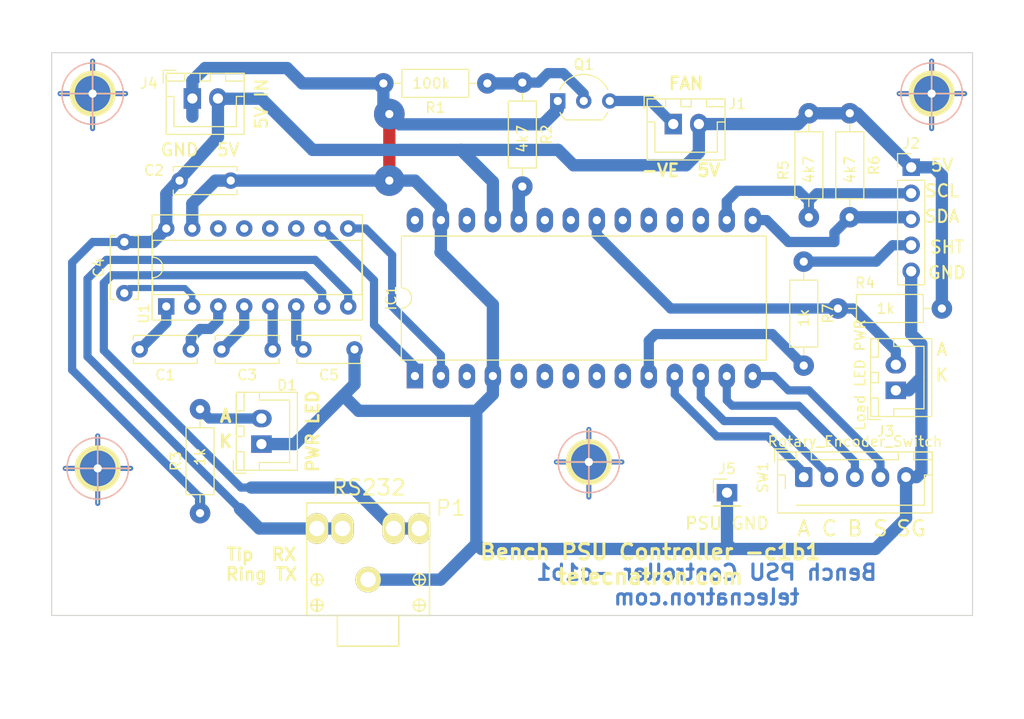
<source format=kicad_pcb>
(kicad_pcb (version 20211014) (generator pcbnew)
  (layers (0 "F.Cu" signal) (31 "B.Cu" signal) (34 "B.Paste" user) (35 "F.Paste" user) (36 "B.SilkS" user "B.Silkscreen") (37 "F.SilkS" user "F.Silkscreen") (38 "B.Mask" user) (39 "F.Mask" user) (44 "Edge.Cuts" user))
  (net 0 "")
  (net 1 "GND")
  (net 2 "Net-(C3-Pad1)")
  (net 3 "Net-(C3-Pad2)")
  (net 4 "+5V")
  (net 5 "Net-(D1-Pad2)")
  (net 6 "/TTX")
  (net 7 "/TRX")
  (net 11 "/RE_A")
  (net 13 "/RE_C")
  (net 15 "/RE_B")
  (net 16 "/RE_SW")
  (net 18 "/SCL")
  (net 19 "/FAN_CTRL")
  (net 20 "/SDA")
  (net 23 "/FAN-")
  (net 24 "/RTX")
  (net 25 "Net-(Q1-Pad2)")
  (net 26 "/RRX")
  (net 27 "Net-(C1-Pad1)")
  (net 28 "Net-(C1-Pad2)")
  (net 31 "Net-(C4-Pad1)")
  (net 32 "Net-(C5-Pad1)")
  (net 39 "/SHTDWN")
  (net 42 "Net-(J2-Pad4)")
  (net 43 "/LOAD")
  (footprint "Package_DIP:DIP-16_W7.62mm_Socket" (layer "F.Cu") (at 66.2 114.8 90)
    (fp_text reference "U1" (at -0.7 -2.2 90) (layer "F.SilkS"))
    (fp_text value "MAX232")
    (pad "1" thru_hole rect locked (at 0 0 90) (size 1.6 1.6) (drill 0.8) (layers *.Cu *.Mask) (net 27 "Net-(C1-Pad1)"))
    (pad "2" thru_hole oval locked (at 0 2.54 90) (size 1.6 1.6) (drill 0.8) (layers *.Cu *.Mask) (net 31 "Net-(C4-Pad1)"))
    (pad "3" thru_hole oval locked (at 0 5.08 90) (size 1.6 1.6) (drill 0.8) (layers *.Cu *.Mask) (net 28 "Net-(C1-Pad2)"))
    (pad "4" thru_hole oval locked (at 0 7.62 90) (size 1.6 1.6) (drill 0.8) (layers *.Cu *.Mask) (net 2 "Net-(C3-Pad1)"))
    (pad "5" thru_hole oval locked (at 0 10.16 90) (size 1.6 1.6) (drill 0.8) (layers *.Cu *.Mask) (net 3 "Net-(C3-Pad2)"))
    (pad "6" thru_hole oval locked (at 0 12.7 90) (size 1.6 1.6) (drill 0.8) (layers *.Cu *.Mask) (net 32 "Net-(C5-Pad1)"))
    (pad "7" thru_hole oval locked (at 0 15.24 90) (size 1.6 1.6) (drill 0.8) (layers *.Cu *.Mask) (net 24 "/RTX"))
    (pad "8" thru_hole oval locked (at 0 17.78 90) (size 1.6 1.6) (drill 0.8) (layers *.Cu *.Mask) (net 26 "/RRX"))
    (pad "9" thru_hole oval locked (at 7.62 17.78 90) (size 1.6 1.6) (drill 0.8) (layers *.Cu *.Mask) (net 7 "/TRX"))
    (pad "10" thru_hole oval locked (at 7.62 15.24 90) (size 1.6 1.6) (drill 0.8) (layers *.Cu *.Mask) (net 6 "/TTX"))
    (pad "11" thru_hole oval locked (at 7.62 12.7 90) (size 1.6 1.6) (drill 0.8) (layers *.Cu *.Mask))
    (pad "12" thru_hole oval locked (at 7.62 10.16 90) (size 1.6 1.6) (drill 0.8) (layers *.Cu *.Mask))
    (pad "13" thru_hole oval locked (at 7.62 7.62 90) (size 1.6 1.6) (drill 0.8) (layers *.Cu *.Mask))
    (pad "14" thru_hole oval locked (at 7.62 5.08 90) (size 1.6 1.6) (drill 0.8) (layers *.Cu *.Mask))
    (pad "15" thru_hole oval locked (at 7.62 2.54 90) (size 1.6 1.6) (drill 0.8) (layers *.Cu *.Mask) (net 1 "GND"))
    (pad "16" thru_hole oval locked (at 7.62 0 90) (size 1.6 1.6) (drill 0.8) (layers *.Cu *.Mask) (net 4 "+5V"))
  )
  (footprint "Connector_JST:JST_XH_B5B-XH-AM_1x05_P2.50mm_Vertical_Rotary-Encoder" (layer "F.Cu") (at 128.5 131.475)
    (fp_text reference "SW1" (at -4 0.025 90) (layer "F.SilkS"))
    (fp_text value "Rotary_Encoder_Switch" (at 5 -3.475) (layer "F.SilkS"))
    (pad "" np_thru_hole circle (at -1.6 2) (size 1.2 1.2) (drill 1.2) (layers *.Cu *.Mask))
    (pad "A" thru_hole roundrect (at 0 0) (size 1.7 1.95) (drill 0.95) (layers *.Cu *.Mask) (roundrect_rratio 0.147059) (net 11 "/RE_A"))
    (pad "B" thru_hole oval (at 5 0) (size 1.7 1.95) (drill 0.95) (layers *.Cu *.Mask) (net 15 "/RE_B"))
    (pad "C" thru_hole oval (at 2.5 0) (size 1.7 1.95) (drill 0.95) (layers *.Cu *.Mask) (net 13 "/RE_C"))
    (pad "S1" thru_hole oval (at 7.5 0) (size 1.7 1.95) (drill 0.95) (layers *.Cu *.Mask) (net 16 "/RE_SW"))
    (pad "S2" thru_hole oval (at 10 0) (size 1.7 1.95) (drill 0.95) (layers *.Cu *.Mask) (net 1 "GND"))
  )
  (footprint "Connector_JST:JST_XH_B02B-XH-A_1x02_P2.50mm_Vertical" (layer "F.Cu") (at 115.75 96.975)
    (fp_text reference "J1" (at 6.25 -1.975) (layer "F.SilkS"))
    (fp_text value "FAN")
    (pad "1" thru_hole rect locked (at 0 0) (size 1.7 2) (drill 1) (layers *.Cu *.Mask) (net 23 "/FAN-"))
    (pad "2" thru_hole oval locked (at 2.5 0) (size 1.7 2) (drill 1) (layers *.Cu *.Mask) (net 4 "+5V"))
  )
  (footprint "Resistor_THT:R_Axial_250mw_DIN0207_L6.3mm_D2.5mm_P10.16mm_Horizontal" (layer "F.Cu") (at 133 95.92 -90)
    (fp_text reference "R6" (at 5.08 -2.37 90) (layer "F.SilkS"))
    (fp_text value "4k7" (at 5.5 0 90) (layer "F.SilkS"))
    (pad "1" thru_hole circle locked (at 0 0 270) (size 2 2) (drill 0.8) (layers *.Cu *.Mask) (net 4 "+5V"))
    (pad "2" thru_hole circle locked (at 10.16 0 270) (size 2 2) (drill 0.8) (layers *.Cu *.Mask) (net 20 "/SDA"))
  )
  (footprint "Resistor_THT:R_Axial_250mw_DIN0207_L6.3mm_D2.5mm_P10.16mm_Horizontal" (layer "F.Cu") (at 101 92.92 -90)
    (fp_text reference "R2" (at 5.08 -2.37 90) (layer "F.SilkS"))
    (fp_text value "4k7" (at 5.5 0 90) (layer "F.SilkS"))
    (pad "1" thru_hole circle locked (at 0 0 270) (size 2 2) (drill 0.8) (layers *.Cu *.Mask) (net 25 "Net-(Q1-Pad2)"))
    (pad "2" thru_hole circle locked (at 10.16 0 270) (size 2 2) (drill 0.8) (layers *.Cu *.Mask) (net 19 "/FAN_CTRL"))
  )
  (footprint "Package_TO_SOT_THT:TO-92_Inline_Wide" (layer "F.Cu") (at 104.46 94.72)
    (fp_text reference "Q1" (at 2.54 -3.56) (layer "F.SilkS"))
    (fp_text value "2N7000")
    (pad "1" thru_hole rect locked (at 0 0 90) (size 1.5 1.5) (drill 0.8) (layers *.Cu *.Mask) (net 1 "GND"))
    (pad "2" thru_hole circle locked (at 2.54 0 90) (size 1.5 1.5) (drill 0.8) (layers *.Cu *.Mask) (net 25 "Net-(Q1-Pad2)"))
    (pad "3" thru_hole circle locked (at 5.08 0 90) (size 1.5 1.5) (drill 0.8) (layers *.Cu *.Mask) (net 23 "/FAN-"))
  )
  (footprint "MountingHole:MountingHole_3.2mm_M3_hand_drilled" (layer "F.Cu") (at 107.5 130)
    (fp_text reference "REF**" hide)
    (fp_text value "MountingHole_3.2mm_M3" hide)
    (fp_line (start 0 -3.175) (end 0 3.425) (layer "B.Cu") (width 0.5))
    (fp_line (start -3.175 0) (end 3.225 0) (layer "B.Cu") (width 0.5))
    (pad "" np_thru_hole circle locked (at 0 0) (size 4 4) (drill 0.8) (layers *.Cu *.Mask))
  )
  (footprint "Resistor_THT:R_Axial_250mw_DIN0207_L6.3mm_D2.5mm_P10.16mm_Horizontal" (layer "F.Cu") (at 129 95.92 -90)
    (fp_text reference "R5" (at 5.58 2.5 90) (layer "F.SilkS"))
    (fp_text value "4k7" (at 5.5 0 90) (layer "F.SilkS"))
    (pad "1" thru_hole circle locked (at 0 0 270) (size 2 2) (drill 0.8) (layers *.Cu *.Mask) (net 4 "+5V"))
    (pad "2" thru_hole circle locked (at 10.16 0 270) (size 2 2) (drill 0.8) (layers *.Cu *.Mask) (net 18 "/SCL"))
  )
  (footprint "Connector_JST:JST_XH_B02B-XH-A_1x02_P2.50mm_Vertical" (layer "F.Cu") (at 68.75 94.475)
    (fp_text reference "J4" (at -4.25 -1.475) (layer "F.SilkS"))
    (fp_text value "5V IN" (at 6.75 0.525 90) (layer "F.SilkS") (effects (font (size 1.2 1.2) (thickness 0.2))))
    (fp_text user "GND  5V" (at 0.75 5.025) (layer "F.SilkS") (effects (font (size 1.2 1.2) (thickness 0.2))))
    (pad "1" thru_hole rect locked (at 0 0) (size 1.7 2) (drill 1) (layers *.Cu *.Mask) (net 1 "GND"))
    (pad "2" thru_hole oval locked (at 2.5 0) (size 1.7 2) (drill 1) (layers *.Cu *.Mask) (net 4 "+5V"))
  )
  (footprint "MountingHole:MountingHole_3.2mm_M3_hand_drilled" (layer "F.Cu") (at 141 94)
    (fp_text reference "REF**" hide)
    (fp_text value "MountingHole_3.2mm_M3" hide)
    (fp_line (start 0 -3.175) (end 0 3.425) (layer "B.Cu") (width 0.5))
    (fp_line (start -3.175 0) (end 3.225 0) (layer "B.Cu") (width 0.5))
    (pad "" np_thru_hole circle locked (at 0 0) (size 4 4) (drill 0.8) (layers *.Cu *.Mask))
  )
  (footprint "Capacitor_THT:C_Disc_D6.0mm_W2.5mm_P5.00mm" (layer "F.Cu") (at 71.6 119)
    (fp_text reference "C3" (at 2.5 2.5) (layer "F.SilkS"))
    (fp_text value "1u")
    (pad "1" thru_hole circle locked (at 0 0) (size 1.6 1.6) (drill 0.8) (layers *.Cu *.Mask) (net 2 "Net-(C3-Pad1)"))
    (pad "2" thru_hole circle locked (at 5 0) (size 1.6 1.6) (drill 0.8) (layers *.Cu *.Mask) (net 3 "Net-(C3-Pad2)"))
  )
  (footprint "Resistor_THT:R_Axial_250mw_DIN0207_L6.3mm_D2.5mm_P10.16mm_Horizontal" (layer "F.Cu") (at 128.5 110.42 -90)
    (fp_text reference "R7" (at 5.08 -2.37 90) (layer "F.SilkS"))
    (fp_text value "1k" (at 5.5 0 90) (layer "F.SilkS"))
    (pad "1" thru_hole circle locked (at 0 0 270) (size 2 2) (drill 0.8) (layers *.Cu *.Mask) (net 42 "Net-(J2-Pad4)"))
    (pad "2" thru_hole circle locked (at 10.16 0 270) (size 2 2) (drill 0.8) (layers *.Cu *.Mask) (net 39 "/SHTDWN"))
  )
  (footprint "Capacitor_THT:C_Disc_D6.0mm_W2.5mm_P5.00mm" (layer "F.Cu") (at 79.6 119)
    (fp_text reference "C5" (at 2.5 2.5) (layer "F.SilkS"))
    (fp_text value "1u")
    (pad "1" thru_hole circle locked (at 0 0) (size 1.6 1.6) (drill 0.8) (layers *.Cu *.Mask) (net 32 "Net-(C5-Pad1)"))
    (pad "2" thru_hole circle locked (at 5 0) (size 1.6 1.6) (drill 0.8) (layers *.Cu *.Mask) (net 1 "GND"))
  )
  (footprint "Resistor_THT:R_Axial_250mw_DIN0207_L6.3mm_D2.5mm_P10.16mm_Horizontal" (layer "F.Cu") (at 142 115 180)
    (fp_text reference "R4" (at 7.5 2.5) (layer "F.SilkS"))
    (fp_text value "1k" (at 5.5 0) (layer "F.SilkS"))
    (pad "1" thru_hole circle locked (at 0 0 180) (size 2 2) (drill 0.8) (layers *.Cu *.Mask) (net 4 "+5V"))
    (pad "2" thru_hole circle locked (at 10.16 0 180) (size 2 2) (drill 0.8) (layers *.Cu *.Mask) (net 43 "/LOAD"))
  )
  (footprint "Connector_JST:JST_XH_B02B-XH-A_1x02_P2.50mm_Vertical" (layer "F.Cu") (at 75.5 128.25 90)
    (fp_text reference "D1" (at 5.75 2.5 180) (layer "F.SilkS"))
    (fp_text value "LED")
    (pad "1" thru_hole rect locked (at 0 0 90) (size 1.7 2) (drill 1) (layers *.Cu *.Mask) (net 1 "GND"))
    (pad "2" thru_hole oval locked (at 2.5 0 90) (size 1.7 2) (drill 1) (layers *.Cu *.Mask) (net 5 "Net-(D1-Pad2)"))
  )
  (footprint "Capacitor_THT:C_Disc_D6.0mm_W2.5mm_P5.00mm" (layer "F.Cu") (at 62.1 113.5 90)
    (fp_text reference "C4" (at 2.5 -2.5 90) (layer "F.SilkS"))
    (fp_text value "1u")
    (pad "1" thru_hole circle locked (at 0 0 90) (size 1.6 1.6) (drill 0.8) (layers *.Cu *.Mask) (net 31 "Net-(C4-Pad1)"))
    (pad "2" thru_hole circle locked (at 5 0 90) (size 1.6 1.6) (drill 0.8) (layers *.Cu *.Mask) (net 4 "+5V"))
  )
  (footprint "Connector_JST:JST_XH_B02B-XH-A_1x02_P2.50mm_Vertical" (layer "F.Cu") (at 137.5 123 90)
    (fp_text reference "J3" (at -4 -1 180) (layer "F.SilkS"))
    (fp_text value "Load LED PWR" (at 1.5 -3.5 90) (layer "F.SilkS"))
    (pad "1" thru_hole rect locked (at 0 0 90) (size 1.7 2) (drill 1) (layers *.Cu *.Mask) (net 1 "GND"))
    (pad "2" thru_hole oval locked (at 2.5 0 90) (size 1.7 2) (drill 1) (layers *.Cu *.Mask) (net 43 "/LOAD"))
  )
  (footprint "Package_DIP:DIP-28_W15.24mm_LongPads" (layer "F.Cu") (at 90.5 121.6 90)
    (fp_text reference "IC1" (at 7.62 -2.33 90) (layer "F.SilkS"))
    (fp_text value "ARDUINO_PRO_MINI_5V_28PIN")
    (pad "1" thru_hole rect (at 0 0 90) (size 2.4 1.6) (drill 0.8) (layers *.Cu *.Mask) (net 6 "/TTX"))
    (pad "2" thru_hole oval (at 0 2.54 90) (size 2.4 1.6) (drill 0.8) (layers *.Cu *.Mask) (net 7 "/TRX"))
    (pad "3" thru_hole oval (at 0 5.08 90) (size 2.4 1.6) (drill 0.8) (layers *.Cu *.Mask))
    (pad "4" thru_hole oval (at 0 7.62 90) (size 2.4 1.6) (drill 0.8) (layers *.Cu *.Mask) (net 1 "GND"))
    (pad "5" thru_hole oval (at 0 10.16 90) (size 2.4 1.6) (drill 0.8) (layers *.Cu *.Mask))
    (pad "6" thru_hole oval (at 0 12.7 90) (size 2.4 1.6) (drill 0.8) (layers *.Cu *.Mask))
    (pad "7" thru_hole oval (at 0 15.24 90) (size 2.4 1.6) (drill 0.8) (layers *.Cu *.Mask))
    (pad "8" thru_hole oval (at 0 17.78 90) (size 2.4 1.6) (drill 0.8) (layers *.Cu *.Mask))
    (pad "9" thru_hole oval (at 0 20.32 90) (size 2.4 1.6) (drill 0.8) (layers *.Cu *.Mask))
    (pad "10" thru_hole oval (at 0 22.86 90) (size 2.4 1.6) (drill 0.8) (layers *.Cu *.Mask) (net 39 "/SHTDWN"))
    (pad "11" thru_hole oval (at 0 25.4 90) (size 2.4 1.6) (drill 0.8) (layers *.Cu *.Mask) (net 11 "/RE_A"))
    (pad "12" thru_hole oval (at 0 27.94 90) (size 2.4 1.6) (drill 0.8) (layers *.Cu *.Mask) (net 13 "/RE_C"))
    (pad "13" thru_hole oval (at 0 30.48 90) (size 2.4 1.6) (drill 0.8) (layers *.Cu *.Mask) (net 15 "/RE_B"))
    (pad "14" thru_hole oval (at 0 33.02 90) (size 2.4 1.6) (drill 0.8) (layers *.Cu *.Mask) (net 16 "/RE_SW"))
    (pad "15" thru_hole oval (at 15.24 33.02 90) (size 2.4 1.6) (drill 0.8) (layers *.Cu *.Mask) (net 20 "/SDA"))
    (pad "16" thru_hole oval (at 15.24 30.48 90) (size 2.4 1.6) (drill 0.8) (layers *.Cu *.Mask) (net 18 "/SCL"))
    (pad "17" thru_hole oval (at 15.24 27.94 90) (size 2.4 1.6) (drill 0.8) (layers *.Cu *.Mask))
    (pad "18" thru_hole oval (at 15.24 25.4 90) (size 2.4 1.6) (drill 0.8) (layers *.Cu *.Mask))
    (pad "19" thru_hole oval (at 15.24 22.86 90) (size 2.4 1.6) (drill 0.8) (layers *.Cu *.Mask))
    (pad "20" thru_hole oval (at 15.24 20.32 90) (size 2.4 1.6) (drill 0.8) (layers *.Cu *.Mask))
    (pad "21" thru_hole oval (at 15.24 17.78 90) (size 2.4 1.6) (drill 0.8) (layers *.Cu *.Mask) (net 43 "/LOAD"))
    (pad "22" thru_hole oval (at 15.24 15.24 90) (size 2.4 1.6) (drill 0.8) (layers *.Cu *.Mask))
    (pad "23" thru_hole oval (at 15.24 12.7 90) (size 2.4 1.6) (drill 0.8) (layers *.Cu *.Mask))
    (pad "24" thru_hole oval (at 15.24 10.16 90) (size 2.4 1.6) (drill 0.8) (layers *.Cu *.Mask) (net 19 "/FAN_CTRL"))
    (pad "25" thru_hole oval (at 15.24 7.62 90) (size 2.4 1.6) (drill 0.8) (layers *.Cu *.Mask) (net 4 "+5V"))
    (pad "26" thru_hole oval (at 15.24 5.08 90) (size 2.4 1.6) (drill 0.8) (layers *.Cu *.Mask))
    (pad "27" thru_hole oval (at 15.24 2.54 90) (size 2.4 1.6) (drill 0.8) (layers *.Cu *.Mask) (net 1 "GND"))
    (pad "28" thru_hole oval (at 15.24 0 90) (size 2.4 1.6) (drill 0.8) (layers *.Cu *.Mask))
  )
  (footprint "MountingHole:MountingHole_3.2mm_M3_hand_drilled" (layer "F.Cu") (at 59.5 130.625)
    (fp_text reference "REF**" hide)
    (fp_text value "MountingHole_3.2mm_M3" hide)
    (fp_line (start 0 -3.175) (end 0 3.425) (layer "B.Cu") (width 0.5))
    (fp_line (start -3.175 0) (end 3.225 0) (layer "B.Cu") (width 0.5))
    (pad "" np_thru_hole circle locked (at 0 0) (size 4 4) (drill 0.8) (layers *.Cu *.Mask))
  )
  (footprint "Resistor_THT:R_Axial_250mw_DIN0207_L6.3mm_D2.5mm_P10.16mm_Horizontal" (layer "F.Cu") (at 69.5 135 90)
    (fp_text reference "R3" (at 5.08 -2.37 90) (layer "F.SilkS"))
    (fp_text value "1k" (at 5.5 0 90) (layer "F.SilkS"))
    (pad "1" thru_hole circle locked (at 0 0 90) (size 2 2) (drill 0.8) (layers *.Cu *.Mask) (net 4 "+5V"))
    (pad "2" thru_hole circle locked (at 10.16 0 90) (size 2 2) (drill 0.8) (layers *.Cu *.Mask) (net 5 "Net-(D1-Pad2)"))
  )
  (footprint "Connector_PinHeader_2.54:PinHeader_1x05_P2.54mm_Vertical" (layer "F.Cu") (at 139 101.2)
    (fp_text reference "J2" (at 0 -2.33) (layer "F.SilkS"))
    (fp_text value "Conn_01x05")
    (pad "1" thru_hole rect locked (at 0 0) (size 1.7 1.7) (drill 1) (layers *.Cu *.Mask) (net 4 "+5V"))
    (pad "2" thru_hole oval locked (at 0 2.54) (size 1.7 1.7) (drill 1) (layers *.Cu *.Mask) (net 18 "/SCL"))
    (pad "3" thru_hole oval locked (at 0 5.08) (size 1.7 1.7) (drill 1) (layers *.Cu *.Mask) (net 20 "/SDA"))
    (pad "4" thru_hole oval locked (at 0 7.62) (size 1.7 1.7) (drill 1) (layers *.Cu *.Mask) (net 42 "Net-(J2-Pad4)"))
    (pad "5" thru_hole oval locked (at 0 10.16) (size 1.7 1.7) (drill 1) (layers *.Cu *.Mask) (net 1 "GND"))
  )
  (footprint "MountingHole:MountingHole_3.2mm_M3_hand_drilled" (layer "F.Cu") (at 59 94)
    (fp_text reference "REF**" hide)
    (fp_text value "MountingHole_3.2mm_M3" hide)
    (fp_line (start -3.175 0) (end 3.225 0) (layer "B.Cu") (width 0.5))
    (fp_line (start 0 -3.175) (end 0 3.425) (layer "B.Cu") (width 0.5))
    (pad "" np_thru_hole circle locked (at 0 0) (size 4 4) (drill 0.8) (layers *.Cu *.Mask))
  )
  (footprint "Resistor_THT:R_Axial_250mw_DIN0207_L6.3mm_D2.5mm_P10.16mm_Horizontal" (layer "F.Cu") (at 97.58 93 180)
    (fp_text reference "R1" (at 5.08 -2.37) (layer "F.SilkS"))
    (fp_text value "100k" (at 5.5 0) (layer "F.SilkS"))
    (pad "1" thru_hole circle locked (at 0 0 180) (size 2 2) (drill 0.8) (layers *.Cu *.Mask) (net 25 "Net-(Q1-Pad2)"))
    (pad "2" thru_hole circle locked (at 10.16 0 180) (size 2 2) (drill 0.8) (layers *.Cu *.Mask) (net 1 "GND"))
  )
  (footprint "Capacitor_THT:C_Disc_D6.0mm_W2.5mm_P5.00mm" (layer "F.Cu") (at 67.5 102.5)
    (fp_text reference "C2" (at -2.5 -1) (layer "F.SilkS"))
    (fp_text value "1u")
    (pad "1" thru_hole circle locked (at 0 0) (size 1.6 1.6) (drill 0.8) (layers *.Cu *.Mask) (net 4 "+5V"))
    (pad "2" thru_hole circle locked (at 5 0) (size 1.6 1.6) (drill 0.8) (layers *.Cu *.Mask) (net 1 "GND"))
  )
  (footprint "Connector:JACK-STEREO-3.5mm-PCB-HandSoldered" (layer "F.Cu") (at 91.925 145 90)
    (fp_text reference "P1" (at 10.5 2.075 180) (layer "F.SilkS") (effects (font (size 1.5 1.5))))
    (fp_text value "RS232" (at 12.5 -5.925 180) (layer "F.SilkS") (effects (font (size 1.5 1.5) (thickness 0.2))))
    (pad "1" thru_hole circle locked (at 3.5 -6 90) (size 2.5 2.5) (drill 1.5) (layers *.Cu *.Mask "F.SilkS") (net 1 "GND"))
    (pad "2" thru_hole oval locked (at 8.5 -11 90) (size 3 2.2) (drill 1.5) (layers *.Cu *.Mask "F.SilkS") (net 26 "/RRX"))
    (pad "3" thru_hole oval locked (at 8.5 -8.5 90) (size 3 2.2) (drill 1.5) (layers *.Cu *.Mask "F.SilkS") (net 26 "/RRX"))
    (pad "4" thru_hole oval locked (at 8.5 -3.5 90) (size 3 2.2) (drill 1.5) (layers *.Cu *.Mask "F.SilkS") (net 24 "/RTX"))
    (pad "5" thru_hole oval locked (at 8.5 -1 90) (size 3 2.2) (drill 1.5) (layers *.Cu *.Mask "F.SilkS") (net 24 "/RTX"))
  )
  (footprint "Capacitor_THT:C_Disc_D6.0mm_W2.5mm_P5.00mm" (layer "F.Cu") (at 63.6 119)
    (fp_text reference "C1" (at 2.5 2.5) (layer "F.SilkS"))
    (fp_text value "1u")
    (pad "1" thru_hole circle locked (at 0 0) (size 1.6 1.6) (drill 0.8) (layers *.Cu *.Mask) (net 27 "Net-(C1-Pad1)"))
    (pad "2" thru_hole circle locked (at 5 0) (size 1.6 1.6) (drill 0.8) (layers *.Cu *.Mask) (net 28 "Net-(C1-Pad2)"))
  )
  (footprint "Connector_PinHeader_2.54:PinHeader_1x01_P2.54mm_Vertical" (layer "F.Cu") (at 121 133)
    (fp_text reference "J5" (at 0 -2.33) (layer "F.SilkS"))
    (fp_text value "PSU GND" (at 0 3) (layer "F.SilkS") (effects (font (size 1.2 1.2) (thickness 0.18))))
    (pad "1" thru_hole rect locked (at 0 0) (size 2 1.7) (drill 1) (layers *.Cu *.Mask) (net 1 "GND"))
  )
  (gr_line (start 145 90) (end 145 145) (layer "Edge.Cuts") (width 0.1))
  (gr_line (start 55 90) (end 145 90) (layer "Edge.Cuts") (width 0.1))
  (gr_line (start 145 145) (end 55 145) (layer "Edge.Cuts") (width 0.1))
  (gr_line (start 55 145) (end 55 90) (layer "Edge.Cuts") (width 0.1))
  (gr_text "Bench PSU Controller -c1b1\ntelecnatron.com" (at 119 142) (layer "B.Cu") (effects (font (size 1.5 1.5) (thickness 0.3)) (justify mirror)))
  (gr_text "K" (at 142 121.5) (layer "F.SilkS") (effects (font (size 1.2 1.2) (thickness 0.2))))
  (gr_text "SHT" (at 142.5 109) (layer "F.SilkS") (effects (font (size 1.2 1.2) (thickness 0.2))))
  (gr_text "-VE  5V" (at 116.5 101.5) (layer "F.SilkS") (effects (font (size 1.2 1.2) (thickness 0.25))))
  (gr_text "PWR LED" (at 80.5 127 90) (layer "F.SilkS") (effects (font (size 1.2 1.2) (thickness 0.25))))
  (gr_text "Bench PSU Controller -c1b1\ntelecnatron.com" (at 113.5 140) (layer "F.SilkS") (effects (font (size 1.5 1.5) (thickness 0.3))))
  (gr_text "Tip  RX\nRing TX" (at 75.5 140) (layer "F.SilkS") (effects (font (size 1.2 1.2) (thickness 0.25))))
  (gr_text "A" (at 72 125.5) (layer "F.SilkS") (effects (font (size 1.2 1.2) (thickness 0.3))))
  (gr_text "K" (at 72 128) (layer "F.SilkS") (effects (font (size 1.2 1.2) (thickness 0.3))))
  (gr_text "GND\n" (at 142.5 111.5) (layer "F.SilkS") (effects (font (size 1.2 1.2) (thickness 0.2))))
  (gr_text "FAN" (at 117 93) (layer "F.SilkS") (effects (font (size 1.2 1.2) (thickness 0.25))))
  (gr_text "A" (at 142 119) (layer "F.SilkS") (effects (font (size 1.2 1.2) (thickness 0.2))))
  (gr_text "A" (at 128.5 136.5) (layer "F.SilkS") (effects (font (size 1.5 1.5) (thickness 0.2))))
  (gr_text "C" (at 131 136.5) (layer "F.SilkS") (effects (font (size 1.5 1.5) (thickness 0.2))))
  (gr_text "SG" (at 139 136.5) (layer "F.SilkS") (effects (font (size 1.5 1.5) (thickness 0.2))))
  (gr_text "SDA" (at 142 106) (layer "F.SilkS") (effects (font (size 1.2 1.2) (thickness 0.2))))
  (gr_text "5V" (at 142 101) (layer "F.SilkS") (effects (font (size 1.2 1.2) (thickness 0.2))))
  (gr_text "SCL" (at 142 103.5) (layer "F.SilkS") (effects (font (size 1.2 1.2) (thickness 0.2))))
  (gr_text "S" (at 136 136.5) (layer "F.SilkS") (effects (font (size 1.5 1.5) (thickness 0.2))))
  (gr_text "B" (at 133.5 136.5) (layer "F.SilkS") (effects (font (size 1.5 1.5) (thickness 0.2))))
  (segment (start 88 96) (end 88 102.5) (width 1.2) (layer "F.Cu") (net 1))
  (via (at 88 102.5) (size 3) (drill 0.8) (layers "F.Cu" "B.Cu") (net 1))
  (via (at 88 96) (size 3) (drill 0.8) (layers "F.Cu" "B.Cu") (net 1))
  (segment (start 121.5 138.5) (end 97 138.5) (width 1.2) (layer "B.Cu") (net 1))
  (segment (start 139 111.36) (end 139 117.5) (width 1.2) (layer "B.Cu") (net 1))
  (segment (start 87.42 95.42) (end 89 97) (width 1.2) (layer "B.Cu") (net 1))
  (segment (start 70 91.5) (end 78 91.5) (width 1.2) (layer "B.Cu") (net 1))
  (segment (start 96.5 138) (end 96.5 125) (width 1.2) (layer "B.Cu") (net 1))
  (segment (start 135.5 138.5) (end 121.5 138.5) (width 1.2) (layer "B.Cu") (net 1))
  (segment (start 139.525 131.475) (end 138.5 131.475) (width 1.2) (layer "B.Cu") (net 1))
  (segment (start 68.75 92.75) (end 70 91.5) (width 1.2) (layer "B.Cu") (net 1))
  (segment (start 78 91.5) (end 79.5 93) (width 1.2) (layer "B.Cu") (net 1))
  (segment (start 93.04 105.04) (end 93.04 106.36) (width 1.2) (layer "B.Cu") (net 1))
  (segment (start 139 117.5) (end 140 118.5) (width 1.2) (layer "B.Cu") (net 1))
  (segment (start 138.5 131.475) (end 138.5 135.5) (width 1.2) (layer "B.Cu") (net 1))
  (segment (start 85 125) (end 83.5 123.5) (width 1.2) (layer "B.Cu") (net 1))
  (segment (start 138.5 135.5) (end 135.5 138.5) (width 1.2) (layer "B.Cu") (net 1))
  (segment (start 98.12 123.38) (end 96.5 125) (width 1.2) (layer "B.Cu") (net 1))
  (segment (start 96.5 125) (end 85 125) (width 1.2) (layer "B.Cu") (net 1))
  (segment (start 140 122) (end 140 131) (width 1.2) (layer "B.Cu") (net 1))
  (segment (start 93 141.5) (end 96.5 138) (width 1.2) (layer "B.Cu") (net 1))
  (segment (start 140 131) (end 139.525 131.475) (width 1.2) (layer "B.Cu") (net 1))
  (segment (start 89 97) (end 103 97) (width 1.2) (layer "B.Cu") (net 1))
  (segment (start 140 118.5) (end 140 122) (width 1.2) (layer "B.Cu") (net 1))
  (segment (start 104.46 95.54) (end 104.46 94.72) (width 1.2) (layer "B.Cu") (net 1))
  (segment (start 98.12 121.6) (end 98.12 123.38) (width 1.2) (layer "B.Cu") (net 1))
  (segment (start 103 97) (end 104.46 95.54) (width 1.2) (layer "B.Cu") (net 1))
  (segment (start 68.74 107.18) (end 68.74 104.76) (width 1.2) (layer "B.Cu") (net 1))
  (segment (start 68.74 104.76) (end 71 102.5) (width 1.2) (layer "B.Cu") (net 1))
  (segment (start 75.5 128.25) (end 78.75 128.25) (width 1.2) (layer "B.Cu") (net 1))
  (segment (start 139.75 122) (end 140 122) (width 1.2) (layer "B.Cu") (net 1))
  (segment (start 85.925 141.5) (end 93 141.5) (width 1.2) (layer "B.Cu") (net 1))
  (segment (start 93.04 109.46) (end 93.04 106.36) (width 1.2) (layer "B.Cu") (net 1))
  (segment (start 68.75 94.475) (end 68.75 96.25) (width 1.2) (layer "B.Cu") (net 1))
  (segment (start 98.12 114.62) (end 93 109.5) (width 1.2) (layer "B.Cu") (net 1))
  (segment (start 83.5 123.5) (end 84.6 122.4) (width 1.2) (layer "B.Cu") (net 1))
  (segment (start 68.75 94.475) (end 68.75 92.75) (width 1.2) (layer "B.Cu") (net 1))
  (segment (start 137.5 123) (end 138.75 123) (width 1.2) (layer "B.Cu") (net 1))
  (segment (start 93 109.5) (end 93.04 109.46) (width 1.2) (layer "B.Cu") (net 1))
  (segment (start 87.42 93) (end 87.42 95.42) (width 1.2) (layer "B.Cu") (net 1))
  (segment (start 138.75 123) (end 139.75 122) (width 1.2) (layer "B.Cu") (net 1))
  (segment (start 90.5 102.5) (end 93.04 105.04) (width 1.2) (layer "B.Cu") (net 1))
  (segment (start 78.75 128.25) (end 83.5 123.5) (width 1.2) (layer "B.Cu") (net 1))
  (segment (start 97 138.5) (end 96.5 138) (width 1.2) (layer "B.Cu") (net 1))
  (segment (start 121 133) (end 121 138) (width 1.2) (layer "B.Cu") (net 1))
  (segment (start 98.12 121.6) (end 98.12 114.62) (width 1.2) (layer "B.Cu") (net 1))
  (segment (start 84.6 122.4) (end 84.6 119) (width 1.2) (layer "B.Cu") (net 1))
  (segment (start 121 138) (end 121.5 138.5) (width 1.2) (layer "B.Cu") (net 1))
  (segment (start 79.5 93) (end 87.42 93) (width 1.2) (layer "B.Cu") (net 1))
  (segment (start 71 102.5) (end 90.5 102.5) (width 1.2) (layer "B.Cu") (net 1))
  (segment (start 73.82 116.78) (end 73.82 114.8) (width 1) (layer "B.Cu") (net 2))
  (segment (start 71.6 119) (end 73.82 116.78) (width 1) (layer "B.Cu") (net 2))
  (segment (start 76.6 119) (end 76.6 115.04) (width 1) (layer "B.Cu") (net 3))
  (segment (start 76.6 115.04) (end 76.36 114.8) (width 0.6) (layer "B.Cu") (net 3))
  (segment (start 80.5 99.5) (end 95 99.5) (width 1.2) (layer "B.Cu") (net 4))
  (segment (start 62.1 108.5) (end 64.88 108.5) (width 1.2) (layer "B.Cu") (net 4))
  (segment (start 71 98.5) (end 71.25 98.25) (width 1.2) (layer "B.Cu") (net 4))
  (segment (start 133 95.92) (end 133.72 95.92) (width 1.2) (layer "B.Cu") (net 4))
  (segment (start 57 121) (end 69.5 133.5) (width 0.8) (layer "B.Cu") (net 4))
  (segment (start 57 110.5) (end 57 121) (width 0.8) (layer "B.Cu") (net 4))
  (segment (start 66.2 103.8) (end 71 98.5) (width 1.2) (layer "B.Cu") (net 4))
  (segment (start 69.5 133.5) (end 69.5 135) (width 1) (layer "B.Cu") (net 4))
  (segment (start 75.5 94.5) (end 80.5 99.5) (width 1.2) (layer "B.Cu") (net 4))
  (segment (start 104.5 99.5) (end 106 101) (width 1.2) (layer "B.Cu") (net 4))
  (segment (start 62.1 108.5) (end 59 108.5) (width 0.8) (layer "B.Cu") (net 4))
  (segment (start 127.945 96.975) (end 129 95.92) (width 1.2) (layer "B.Cu") (net 4))
  (segment (start 118.25 96.975) (end 127.945 96.975) (width 1.2) (layer "B.Cu") (net 4))
  (segment (start 66.2 107.18) (end 66.2 103.8) (width 1.2) (layer "B.Cu") (net 4))
  (segment (start 64.88 108.5) (end 66.2 107.18) (width 1.2) (layer "B.Cu") (net 4))
  (segment (start 71 94.5) (end 75.5 94.5) (width 1.2) (layer "B.Cu") (net 4))
  (segment (start 117 101) (end 118.25 99.75) (width 1.2) (layer "B.Cu") (net 4))
  (segment (start 95 99.5) (end 104.5 99.5) (width 1.2) (layer "B.Cu") (net 4))
  (segment (start 106 101) (end 117 101) (width 1.2) (layer "B.Cu") (net 4))
  (segment (start 141.2 101.2) (end 142 102) (width 1.2) (layer "B.Cu") (net 4))
  (segment (start 71.25 98.25) (end 71.25 94.475) (width 1.2) (layer "B.Cu") (net 4))
  (segment (start 133.72 95.92) (end 139 101.2) (width 1.2) (layer "B.Cu") (net 4))
  (segment (start 139 101.2) (end 141.2 101.2) (width 1.2) (layer "B.Cu") (net 4))
  (segment (start 118.25 99.75) (end 118.25 96.975) (width 1.2) (layer "B.Cu") (net 4))
  (segment (start 142 102) (end 142 115) (width 1.2) (layer "B.Cu") (net 4))
  (segment (start 95 99.5) (end 98.12 102.62) (width 1.2) (layer "B.Cu") (net 4))
  (segment (start 129 95.92) (end 133 95.92) (width 1.2) (layer "B.Cu") (net 4))
  (segment (start 98.12 102.62) (end 98.12 106.36) (width 1.2) (layer "B.Cu") (net 4))
  (segment (start 59 108.5) (end 57 110.5) (width 0.8) (layer "B.Cu") (net 4))
  (segment (start 70.41 125.75) (end 69.5 124.84) (width 1) (layer "B.Cu") (net 5))
  (segment (start 75.5 125.75) (end 70.41 125.75) (width 1) (layer "B.Cu") (net 5))
  (segment (start 90.5 120.6) (end 86.5 116.6) (width 0.8) (layer "B.Cu") (net 6))
  (segment (start 86.5 112.24) (end 81.44 107.18) (width 0.8) (layer "B.Cu") (net 6))
  (segment (start 86.5 116.6) (end 86.5 112.24) (width 0.8) (layer "B.Cu") (net 6))
  (segment (start 88.270761 114.8) (end 88.270761 109.770761) (width 0.8) (layer "B.Cu") (net 7))
  (segment (start 85.68 107.18) (end 83.98 107.18) (width 0.8) (layer "B.Cu") (net 7))
  (segment (start 88.270761 109.770761) (end 85.68 107.18) (width 0.8) (layer "B.Cu") (net 7))
  (segment (start 93.04 119.569239) (end 93.04 120.6) (width 0.8) (layer "B.Cu") (net 7))
  (segment (start 88.270761 114.8) (end 93.04 119.569239) (width 0.8) (layer "B.Cu") (net 7))
  (segment (start 128.5 131.475) (end 128.5 131) (width 0.8) (layer "B.Cu") (net 11))
  (segment (start 115.9 123.4) (end 115.9 121.6) (width 0.8) (layer "B.Cu") (net 11))
  (segment (start 120 127.5) (end 115.9 123.4) (width 0.8) (layer "B.Cu") (net 11))
  (segment (start 128.5 131) (end 125 127.5) (width 0.8) (layer "B.Cu") (net 11))
  (segment (start 125 127.5) (end 120 127.5) (width 0.8) (layer "B.Cu") (net 11))
  (segment (start 120.720101 126) (end 118.44 123.719899) (width 0.8) (layer "B.Cu") (net 13))
  (segment (start 125.65 126) (end 120.720101 126) (width 0.8) (layer "B.Cu") (net 13))
  (segment (start 131 131.475) (end 131 131.35) (width 0.8) (layer "B.Cu") (net 13))
  (segment (start 118.44 123.719899) (end 118.44 121.6) (width 0.8) (layer "B.Cu") (net 13))
  (segment (start 131 131.35) (end 125.65 126) (width 0.8) (layer "B.Cu") (net 13))
  (segment (start 128 124.5) (end 133.5 130) (width 0.8) (layer "B.Cu") (net 15))
  (segment (start 120.98 123.98) (end 121.5 124.5) (width 0.8) (layer "B.Cu") (net 15))
  (segment (start 121.5 124.5) (end 128 124.5) (width 0.8) (layer "B.Cu") (net 15))
  (segment (start 133.5 130) (end 133.5 131.475) (width 0.8) (layer "B.Cu") (net 15))
  (segment (start 120.98 121.6) (end 120.98 123.98) (width 0.8) (layer "B.Cu") (net 15))
  (segment (start 136 130) (end 136 131.475) (width 0.8) (layer "B.Cu") (net 16))
  (segment (start 123.52 121.6) (end 125.6 121.6) (width 0.8) (layer "B.Cu") (net 16))
  (segment (start 129 123) (end 136 130) (width 0.8) (layer "B.Cu") (net 16))
  (segment (start 127 123) (end 129 123) (width 0.8) (layer "B.Cu") (net 16))
  (segment (start 125.6 121.6) (end 127 123) (width 0.8) (layer "B.Cu") (net 16))
  (segment (start 120.98 106.36) (end 120.98 104.52) (width 1) (layer "B.Cu") (net 18))
  (segment (start 128 103.5) (end 129 104.5) (width 1) (layer "B.Cu") (net 18))
  (segment (start 129 104.5) (end 129 106.08) (width 1) (layer "B.Cu") (net 18))
  (segment (start 129.76 103.74) (end 129 104.5) (width 1) (layer "B.Cu") (net 18))
  (segment (start 139 103.74) (end 129.76 103.74) (width 1) (layer "B.Cu") (net 18))
  (segment (start 122 103.5) (end 128 103.5) (width 1) (layer "B.Cu") (net 18))
  (segment (start 120.98 104.52) (end 122 103.5) (width 1) (layer "B.Cu") (net 18))
  (segment (start 100.66 106.36) (end 100.66 103.42) (width 1.2) (layer "B.Cu") (net 19))
  (segment (start 100.66 103.42) (end 101 103.08) (width 1.2) (layer "B.Cu") (net 19))
  (segment (start 127 108.5) (end 131.5 108.5) (width 1) (layer "B.Cu") (net 20))
  (segment (start 124.86 106.36) (end 127 108.5) (width 1) (layer "B.Cu") (net 20))
  (segment (start 131.5 108.5) (end 131.5 107.58) (width 1) (layer "B.Cu") (net 20))
  (segment (start 138.8 106.08) (end 139 106.28) (width 1.2) (layer "B.Cu") (net 20))
  (segment (start 131.5 107.58) (end 133 106.08) (width 1) (layer "B.Cu") (net 20))
  (segment (start 123.52 106.36) (end 124.86 106.36) (width 1) (layer "B.Cu") (net 20))
  (segment (start 133 106.08) (end 138.8 106.08) (width 1.2) (layer "B.Cu") (net 20))
  (segment (start 109.54 94.72) (end 113.495 94.72) (width 1) (layer "B.Cu") (net 23))
  (segment (start 113.495 94.72) (end 115.75 96.975) (width 1) (layer "B.Cu") (net 23))
  (segment (start 60.1 112.5) (end 60.1 119.1) (width 0.8) (layer "B.Cu") (net 24))
  (segment (start 73.5 132.5) (end 74.5 132.5) (width 0.8) (layer "B.Cu") (net 24))
  (segment (start 79.75 111.75) (end 60.85 111.75) (width 0.8) (layer "B.Cu") (net 24))
  (segment (start 60.1 119.1) (end 73.5 132.5) (width 0.8) (layer "B.Cu") (net 24))
  (segment (start 81.44 113.44) (end 79.75 111.75) (width 0.8) (layer "B.Cu") (net 24))
  (segment (start 84.425 132.5) (end 74.5 132.5) (width 1.2) (layer "B.Cu") (net 24))
  (segment (start 90.925 136.5) (end 88.425 136.5) (width 1.2) (layer "B.Cu") (net 24))
  (segment (start 81.44 114.8) (end 81.44 113.44) (width 0.8) (layer "B.Cu") (net 24))
  (segment (start 88.425 136.5) (end 84.425 132.5) (width 1.2) (layer "B.Cu") (net 24))
  (segment (start 84.425 132.5) (end 84 132.5) (width 1.2) (layer "B.Cu") (net 24))
  (segment (start 74.5 132.5) (end 84 132.5) (width 0.8) (layer "B.Cu") (net 24))
  (segment (start 60.85 111.75) (end 60.1 112.5) (width 0.8) (layer "B.Cu") (net 24))
  (segment (start 107 94) (end 107 94.72) (width 0.8) (layer "B.Cu") (net 25))
  (segment (start 100.92 93) (end 101 92.92) (width 1.2) (layer "B.Cu") (net 25))
  (segment (start 103.5 92) (end 105 92) (width 1) (layer "B.Cu") (net 25))
  (segment (start 102.58 92.92) (end 103.5 92) (width 1) (layer "B.Cu") (net 25))
  (segment (start 105 92) (end 107 94) (width 1) (layer "B.Cu") (net 25))
  (segment (start 97.58 93) (end 100.92 93) (width 1.2) (layer "B.Cu") (net 25))
  (segment (start 101 92.92) (end 102.58 92.92) (width 1) (layer "B.Cu") (net 25))
  (segment (start 80.75 110.25) (end 83.98 113.48) (width 0.8) (layer "B.Cu") (net 26))
  (segment (start 60.35 110.25) (end 80.75 110.25) (width 0.8) (layer "B.Cu") (net 26))
  (segment (start 73.4 134.6) (end 58.5 119.7) (width 0.8) (layer "B.Cu") (net 26))
  (segment (start 58.5 112.1) (end 60.35 110.25) (width 0.8) (layer "B.Cu") (net 26))
  (segment (start 83.98 113.48) (end 83.98 114.8) (width 0.8) (layer "B.Cu") (net 26))
  (segment (start 83.425 136.5) (end 80.925 136.5) (width 1.2) (layer "B.Cu") (net 26))
  (segment (start 80.925 136.5) (end 75.3 136.5) (width 1.2) (layer "B.Cu") (net 26))
  (segment (start 58.5 119.7) (end 58.5 112.1) (width 0.8) (layer "B.Cu") (net 26))
  (segment (start 75.3 136.5) (end 73.4 134.6) (width 1.2) (layer "B.Cu") (net 26))
  (segment (start 66.2 114.8) (end 66.2 116.4) (width 1) (layer "B.Cu") (net 27))
  (segment (start 66.2 116.4) (end 63.6 119) (width 1) (layer "B.Cu") (net 27))
  (segment (start 70.5 117) (end 71.28 116.22) (width 1) (layer "B.Cu") (net 28))
  (segment (start 71.28 116.22) (end 71.28 114.8) (width 1) (layer "B.Cu") (net 28))
  (segment (start 68.6 119) (end 68.6 117.9) (width 1) (layer "B.Cu") (net 28))
  (segment (start 69.5 117) (end 70.5 117) (width 1) (layer "B.Cu") (net 28))
  (segment (start 68.6 117.9) (end 69.5 117) (width 1) (layer "B.Cu") (net 28))
  (segment (start 68.74 114.8) (end 68.74 113.72) (width 0.6) (layer "B.Cu") (net 31))
  (segment (start 68.74 113.72) (end 68.02 113) (width 0.6) (layer "B.Cu") (net 31))
  (segment (start 68.02 113) (end 62.6 113) (width 0.6) (layer "B.Cu") (net 31))
  (segment (start 62.6 113) (end 62.1 113.5) (width 0.6) (layer "B.Cu") (net 31))
  (segment (start 78.9 114.8) (end 78.9 118.3) (width 1) (layer "B.Cu") (net 32))
  (segment (start 78.9 118.3) (end 79.6 119) (width 0.6) (layer "B.Cu") (net 32))
  (segment (start 113.36 121.6) (end 113.36 118.14) (width 1) (layer "B.Cu") (net 39))
  (segment (start 114 117.5) (end 125.42 117.5) (width 1) (layer "B.Cu") (net 39))
  (segment (start 125.42 117.5) (end 128.5 120.58) (width 1) (layer "B.Cu") (net 39))
  (segment (start 113.36 118.14) (end 114 117.5) (width 1) (layer "B.Cu") (net 39))
  (segment (start 128.5 110.42) (end 128.5 110.5) (width 1) (layer "F.Cu") (net 42))
  (segment (start 128.5 110.42) (end 135.58 110.42) (width 1) (layer "B.Cu") (net 42))
  (segment (start 135.58 110.42) (end 137.18 108.82) (width 1) (layer "B.Cu") (net 42))
  (segment (start 137.18 108.82) (end 139 108.82) (width 1) (layer "B.Cu") (net 42))
  (segment (start 137.5 120.5) (end 137.5 119.16) (width 1) (layer "B.Cu") (net 43))
  (segment (start 108.28 106.36) (end 108.28 107.78) (width 1) (layer "B.Cu") (net 43))
  (segment (start 133.34 115) (end 131.84 115) (width 1) (layer "B.Cu") (net 43))
  (segment (start 108.28 107.78) (end 115.5 115) (width 1) (layer "B.Cu") (net 43))
  (segment (start 137.5 119.16) (end 133.34 115) (width 1) (layer "B.Cu") (net 43))
  (segment (start 115.5 115) (end 131.84 115) (width 1) (layer "B.Cu") (net 43))
)
</source>
